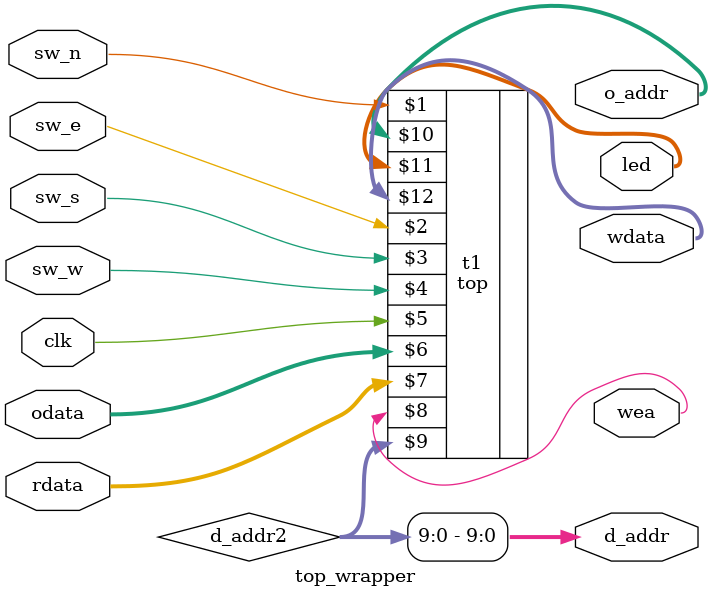
<source format=v>
module top_wrapper(
  input wire sw_n,
  input wire sw_e,
  input wire sw_s,
  input wire sw_w,
  input wire clk,
  input wire [31:0] odata,
  input wire [31:0] rdata,
  output wire wea,
  output wire [9:0] d_addr,
  output wire [9:0] o_addr,
  output wire [7:0] led,
  output wire [31:0] wdata
  );

  assign d_addr = d_addr2[9:0];

  wire [31:0] d_addr2;

  top t1 (sw_n,sw_e,sw_s,sw_w,clk,odata,rdata,wea,d_addr2,o_addr,led,wdata);

endmodule

</source>
